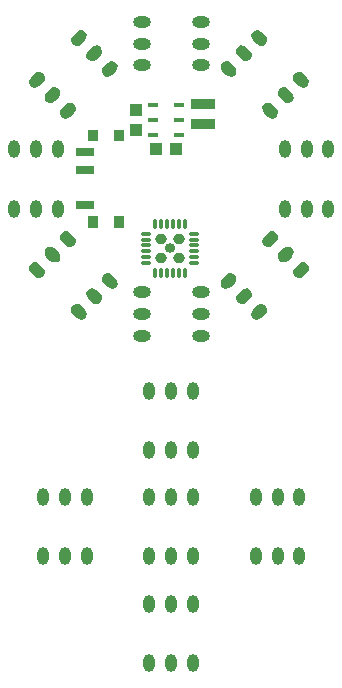
<source format=gtp>
G04 DipTrace 2.4.0.2*
%INfemale.gtp*%
%MOMM*%
%ADD20R,1.0X1.1*%
%ADD21R,1.1X1.0*%
%ADD22R,2.0X0.85*%
%ADD23O,0.86X0.85*%
%ADD25O,0.973X0.96*%
%ADD27O,0.28X1.0*%
%ADD28O,1.0X0.28*%
%ADD32R,0.9X0.4*%
%ADD35O,1.5X1.0*%
%ADD37O,1.0X1.5*%
%FSLAX53Y53*%
G04*
G71*
G90*
G75*
G01*
%LNTopPaste*%
%LPD*%
D20*
X23625Y57991D3*
Y56291D3*
D21*
X26998Y54679D3*
X25298D3*
D22*
X29319Y58516D3*
Y56816D3*
D23*
X26510Y46318D3*
D25*
X27283Y47056D3*
X25720Y47066D3*
X27273Y45523D3*
X25716Y45513D3*
D27*
X27756Y48346D3*
X27256D3*
X26756D3*
X26256D3*
X25756D3*
X25256D3*
D28*
X24456Y47546D3*
Y47046D3*
Y46546D3*
Y46046D3*
Y45546D3*
Y45046D3*
D27*
X25256Y44246D3*
X25756D3*
X26256D3*
X26756D3*
X27256D3*
X27756D3*
D28*
X28556Y45046D3*
Y45546D3*
Y46046D3*
Y46546D3*
Y47046D3*
Y47546D3*
D32*
X25061Y58461D3*
Y57161D3*
Y55861D3*
X27261D3*
Y57161D3*
Y58461D3*
D35*
X29126Y38863D3*
Y40713D3*
Y42563D3*
X24126D3*
Y40713D3*
Y38863D3*
G36*
X18623Y40404D2*
X18811Y40285D1*
X19032Y40261D1*
X19242Y40334D1*
X19400Y40491D1*
X19473Y40701D1*
X19448Y40923D1*
X19330Y41111D1*
X18976Y41465D1*
X18788Y41583D1*
X18567Y41608D1*
X18357Y41534D1*
X18199Y41377D1*
X18126Y41167D1*
X18151Y40946D1*
X18269Y40757D1*
X18623Y40404D1*
G37*
G36*
X19931Y41712D2*
X20119Y41594D1*
X20341Y41569D1*
X20551Y41642D1*
X20708Y41800D1*
X20781Y42010D1*
X20756Y42231D1*
X20638Y42419D1*
X20285Y42773D1*
X20096Y42891D1*
X19875Y42916D1*
X19665Y42842D1*
X19508Y42685D1*
X19434Y42475D1*
X19459Y42254D1*
X19577Y42066D1*
X19931Y41712D1*
G37*
G36*
X21239Y43020D2*
X21428Y42902D1*
X21649Y42877D1*
X21859Y42950D1*
X22016Y43108D1*
X22090Y43318D1*
X22065Y43539D1*
X21946Y43727D1*
X21593Y44081D1*
X21404Y44199D1*
X21183Y44224D1*
X20973Y44151D1*
X20816Y43993D1*
X20742Y43783D1*
X20767Y43562D1*
X20886Y43374D1*
X21239Y43020D1*
G37*
G36*
X17704Y46556D2*
X17892Y46437D1*
X18113Y46412D1*
X18323Y46486D1*
X18480Y46643D1*
X18554Y46853D1*
X18529Y47074D1*
X18411Y47263D1*
X18057Y47616D1*
X17869Y47735D1*
X17648Y47760D1*
X17438Y47686D1*
X17280Y47529D1*
X17207Y47319D1*
X17232Y47098D1*
X17350Y46909D1*
X17704Y46556D1*
G37*
G36*
X16395Y45248D2*
X16584Y45129D1*
X16805Y45104D1*
X17015Y45178D1*
X17172Y45335D1*
X17246Y45545D1*
X17221Y45766D1*
X17103Y45955D1*
X16749Y46308D1*
X16561Y46427D1*
X16339Y46451D1*
X16129Y46378D1*
X15972Y46221D1*
X15899Y46011D1*
X15923Y45789D1*
X16042Y45601D1*
X16395Y45248D1*
G37*
G36*
X15087Y43939D2*
X15276Y43821D1*
X15497Y43796D1*
X15707Y43870D1*
X15864Y44027D1*
X15938Y44237D1*
X15913Y44458D1*
X15794Y44646D1*
X15441Y45000D1*
X15252Y45118D1*
X15031Y45143D1*
X14821Y45070D1*
X14664Y44913D1*
X14590Y44702D1*
X14615Y44481D1*
X14734Y44293D1*
X15087Y43939D1*
G37*
D37*
X13317Y49672D3*
X15167D3*
X17017D3*
Y54672D3*
X15167D3*
X13317D3*
G36*
X14734Y60758D2*
X14615Y60570D1*
X14590Y60349D1*
X14664Y60139D1*
X14821Y59981D1*
X15031Y59908D1*
X15252Y59933D1*
X15441Y60051D1*
X15794Y60405D1*
X15913Y60593D1*
X15938Y60814D1*
X15864Y61024D1*
X15707Y61182D1*
X15497Y61255D1*
X15276Y61230D1*
X15087Y61112D1*
X14734Y60758D1*
G37*
G36*
X16042Y59450D2*
X15923Y59262D1*
X15899Y59041D1*
X15972Y58831D1*
X16129Y58673D1*
X16339Y58600D1*
X16561Y58625D1*
X16749Y58743D1*
X17103Y59097D1*
X17221Y59285D1*
X17246Y59506D1*
X17172Y59716D1*
X17015Y59873D1*
X16805Y59947D1*
X16584Y59922D1*
X16395Y59804D1*
X16042Y59450D1*
G37*
G36*
X17350Y58142D2*
X17232Y57954D1*
X17207Y57732D1*
X17280Y57522D1*
X17438Y57365D1*
X17648Y57292D1*
X17869Y57316D1*
X18057Y57435D1*
X18411Y57788D1*
X18529Y57977D1*
X18554Y58198D1*
X18481Y58408D1*
X18323Y58565D1*
X18113Y58639D1*
X17892Y58614D1*
X17704Y58496D1*
X17350Y58142D1*
G37*
G36*
X20886Y61677D2*
X20767Y61489D1*
X20742Y61268D1*
X20816Y61058D1*
X20973Y60901D1*
X21183Y60827D1*
X21404Y60852D1*
X21593Y60970D1*
X21946Y61324D1*
X22065Y61512D1*
X22090Y61733D1*
X22016Y61944D1*
X21859Y62101D1*
X21649Y62174D1*
X21428Y62149D1*
X21239Y62031D1*
X20886Y61677D1*
G37*
G36*
X19577Y62986D2*
X19459Y62797D1*
X19434Y62576D1*
X19508Y62366D1*
X19665Y62209D1*
X19875Y62135D1*
X20096Y62160D1*
X20285Y62279D1*
X20638Y62632D1*
X20756Y62820D1*
X20781Y63042D1*
X20708Y63252D1*
X20551Y63409D1*
X20341Y63482D1*
X20119Y63458D1*
X19931Y63339D1*
X19577Y62986D1*
G37*
G36*
X18269Y64294D2*
X18151Y64105D1*
X18126Y63884D1*
X18199Y63674D1*
X18357Y63517D1*
X18567Y63443D1*
X18788Y63468D1*
X18976Y63587D1*
X19330Y63940D1*
X19448Y64129D1*
X19473Y64350D1*
X19400Y64560D1*
X19242Y64717D1*
X19032Y64791D1*
X18811Y64766D1*
X18623Y64647D1*
X18269Y64294D1*
G37*
D35*
X24126Y65481D3*
Y63631D3*
Y61781D3*
X29126D3*
Y63631D3*
Y65481D3*
G36*
X34263Y64647D2*
X34075Y64766D1*
X33854Y64791D1*
X33644Y64717D1*
X33486Y64560D1*
X33413Y64350D1*
X33438Y64129D1*
X33556Y63940D1*
X33910Y63587D1*
X34098Y63468D1*
X34319Y63443D1*
X34529Y63517D1*
X34686Y63674D1*
X34760Y63884D1*
X34735Y64105D1*
X34617Y64294D1*
X34263Y64647D1*
G37*
G36*
X32955Y63339D2*
X32767Y63458D1*
X32545Y63483D1*
X32335Y63409D1*
X32178Y63252D1*
X32105Y63042D1*
X32129Y62821D1*
X32248Y62632D1*
X32601Y62279D1*
X32790Y62160D1*
X33011Y62135D1*
X33221Y62209D1*
X33378Y62366D1*
X33452Y62576D1*
X33427Y62797D1*
X33309Y62986D1*
X32955Y63339D1*
G37*
G36*
X31647Y62031D2*
X31458Y62149D1*
X31237Y62174D1*
X31027Y62101D1*
X30870Y61944D1*
X30796Y61733D1*
X30821Y61512D1*
X30940Y61324D1*
X31293Y60970D1*
X31482Y60852D1*
X31703Y60827D1*
X31913Y60901D1*
X32070Y61058D1*
X32144Y61268D1*
X32119Y61489D1*
X32000Y61677D1*
X31647Y62031D1*
G37*
G36*
X35182Y58496D2*
X34994Y58614D1*
X34773Y58639D1*
X34563Y58565D1*
X34405Y58408D1*
X34332Y58198D1*
X34357Y57977D1*
X34475Y57788D1*
X34829Y57435D1*
X35017Y57316D1*
X35238Y57292D1*
X35448Y57365D1*
X35606Y57522D1*
X35679Y57732D1*
X35654Y57954D1*
X35536Y58142D1*
X35182Y58496D1*
G37*
G36*
X36491Y59804D2*
X36302Y59922D1*
X36081Y59947D1*
X35871Y59873D1*
X35714Y59716D1*
X35640Y59506D1*
X35665Y59285D1*
X35783Y59097D1*
X36137Y58743D1*
X36325Y58625D1*
X36547Y58600D1*
X36757Y58673D1*
X36914Y58831D1*
X36987Y59041D1*
X36962Y59262D1*
X36844Y59450D1*
X36491Y59804D1*
G37*
G36*
X37799Y61112D2*
X37610Y61230D1*
X37389Y61255D1*
X37179Y61182D1*
X37022Y61024D1*
X36948Y60814D1*
X36973Y60593D1*
X37092Y60405D1*
X37445Y60051D1*
X37634Y59933D1*
X37855Y59908D1*
X38065Y59981D1*
X38222Y60139D1*
X38296Y60349D1*
X38271Y60570D1*
X38152Y60758D1*
X37799Y61112D1*
G37*
D37*
X39935Y54672D3*
X38085D3*
X36235D3*
Y49672D3*
X38085D3*
X39935D3*
G36*
X38152Y44293D2*
X38271Y44481D1*
X38296Y44703D1*
X38222Y44913D1*
X38065Y45070D1*
X37855Y45143D1*
X37634Y45118D1*
X37445Y45000D1*
X37092Y44647D1*
X36973Y44458D1*
X36948Y44237D1*
X37022Y44027D1*
X37179Y43870D1*
X37389Y43796D1*
X37610Y43821D1*
X37799Y43939D1*
X38152Y44293D1*
G37*
G36*
X36844Y45601D2*
X36963Y45790D1*
X36987Y46011D1*
X36914Y46221D1*
X36757Y46378D1*
X36547Y46452D1*
X36325Y46427D1*
X36137Y46308D1*
X35783Y45955D1*
X35665Y45766D1*
X35640Y45545D1*
X35714Y45335D1*
X35871Y45178D1*
X36081Y45104D1*
X36302Y45129D1*
X36491Y45248D1*
X36844Y45601D1*
G37*
G36*
X35536Y46909D2*
X35654Y47098D1*
X35679Y47319D1*
X35606Y47529D1*
X35448Y47686D1*
X35238Y47760D1*
X35017Y47735D1*
X34829Y47616D1*
X34475Y47263D1*
X34357Y47074D1*
X34332Y46853D1*
X34405Y46643D1*
X34563Y46486D1*
X34773Y46412D1*
X34994Y46437D1*
X35182Y46556D1*
X35536Y46909D1*
G37*
G36*
X32000Y43374D2*
X32119Y43562D1*
X32144Y43783D1*
X32070Y43993D1*
X31913Y44151D1*
X31703Y44224D1*
X31482Y44199D1*
X31293Y44081D1*
X30940Y43727D1*
X30821Y43539D1*
X30796Y43318D1*
X30870Y43108D1*
X31027Y42950D1*
X31237Y42877D1*
X31458Y42902D1*
X31647Y43020D1*
X32000Y43374D1*
G37*
G36*
X33309Y42066D2*
X33427Y42254D1*
X33452Y42475D1*
X33378Y42685D1*
X33221Y42842D1*
X33011Y42916D1*
X32790Y42891D1*
X32601Y42773D1*
X32248Y42419D1*
X32130Y42231D1*
X32105Y42010D1*
X32178Y41800D1*
X32335Y41642D1*
X32545Y41569D1*
X32767Y41594D1*
X32955Y41712D1*
X33309Y42066D1*
G37*
G36*
X34617Y40757D2*
X34735Y40946D1*
X34760Y41167D1*
X34687Y41377D1*
X34529Y41534D1*
X34319Y41608D1*
X34098Y41583D1*
X33910Y41465D1*
X33556Y41111D1*
X33438Y40923D1*
X33413Y40701D1*
X33486Y40491D1*
X33644Y40334D1*
X33854Y40261D1*
X34075Y40285D1*
X34263Y40404D1*
X34617Y40757D1*
G37*
D37*
X28476Y34213D3*
X26626D3*
X24776D3*
Y29213D3*
X26626D3*
X28476D3*
Y25213D3*
X26626D3*
X24776D3*
Y20213D3*
X26626D3*
X28476D3*
Y16213D3*
X26626D3*
X24776D3*
Y11213D3*
X26626D3*
X28476D3*
X15776Y20213D3*
X17626D3*
X19476D3*
Y25213D3*
X17626D3*
X15776D3*
G36*
X19600Y49053D2*
X20400D1*
Y48053D1*
X19600D1*
Y49053D1*
G37*
G36*
X21800D2*
X22600D1*
Y48053D1*
X21800D1*
Y49053D1*
G37*
G36*
Y56353D2*
X22600D1*
Y55353D1*
X21800D1*
Y56353D1*
G37*
G36*
X19600D2*
X20400D1*
Y55353D1*
X19600D1*
Y56353D1*
G37*
G36*
X18600Y54803D2*
X20100D1*
Y54103D1*
X18600D1*
Y54803D1*
G37*
G36*
Y53303D2*
X20100D1*
Y52603D1*
X18600D1*
Y53303D1*
G37*
G36*
Y50303D2*
X20100D1*
Y49603D1*
X18600D1*
Y50303D1*
G37*
D37*
X37476Y25213D3*
X35626D3*
X33776D3*
Y20213D3*
X35626D3*
X37476D3*
M02*

</source>
